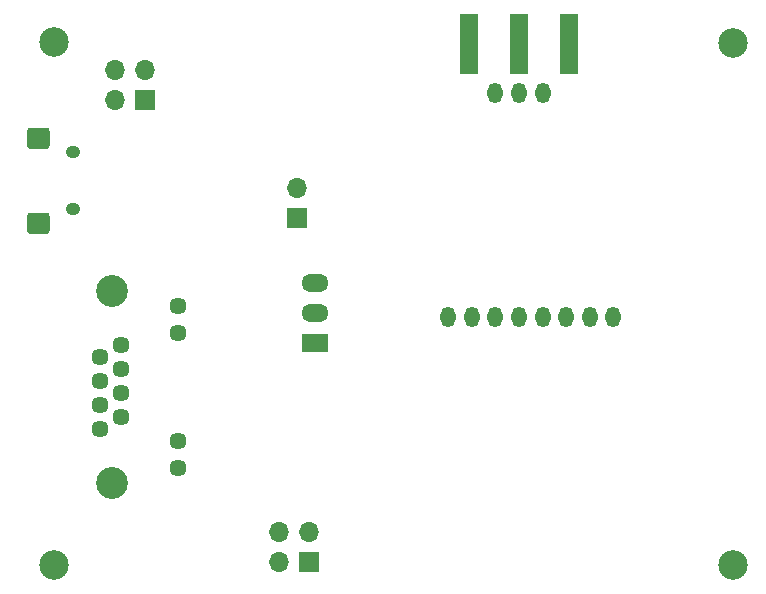
<source format=gbs>
G04 #@! TF.GenerationSoftware,KiCad,Pcbnew,(5.1.9-0-10_14)*
G04 #@! TF.CreationDate,2021-11-18T15:02:34+01:00*
G04 #@! TF.ProjectId,ithowifi_4l,6974686f-7769-4666-995f-346c2e6b6963,rev?*
G04 #@! TF.SameCoordinates,Original*
G04 #@! TF.FileFunction,Soldermask,Bot*
G04 #@! TF.FilePolarity,Negative*
%FSLAX46Y46*%
G04 Gerber Fmt 4.6, Leading zero omitted, Abs format (unit mm)*
G04 Created by KiCad (PCBNEW (5.1.9-0-10_14)) date 2021-11-18 15:02:34*
%MOMM*%
%LPD*%
G01*
G04 APERTURE LIST*
%ADD10O,1.700000X1.700000*%
%ADD11R,1.700000X1.700000*%
%ADD12C,1.500000*%
%ADD13O,1.250000X1.050000*%
%ADD14C,2.500000*%
%ADD15O,2.300000X1.500000*%
%ADD16R,2.300000X1.500000*%
%ADD17C,1.446000*%
%ADD18C,2.700000*%
%ADD19O,1.300000X1.750000*%
%ADD20R,1.500000X5.080000*%
G04 APERTURE END LIST*
D10*
X76073000Y-121793000D03*
D11*
X76073000Y-124333000D03*
D12*
X94881700Y-110909100D03*
G36*
G01*
X53501200Y-123858000D02*
X54855200Y-123858000D01*
G75*
G02*
X55128200Y-124131000I0J-273000D01*
G01*
X55128200Y-125405000D01*
G75*
G02*
X54855200Y-125678000I-273000J0D01*
G01*
X53501200Y-125678000D01*
G75*
G02*
X53228200Y-125405000I0J273000D01*
G01*
X53228200Y-124131000D01*
G75*
G02*
X53501200Y-123858000I273000J0D01*
G01*
G37*
D13*
X57078200Y-123593000D03*
X57078200Y-118743000D03*
G36*
G01*
X53501200Y-116658000D02*
X54855200Y-116658000D01*
G75*
G02*
X55128200Y-116931000I0J-273000D01*
G01*
X55128200Y-118205000D01*
G75*
G02*
X54855200Y-118478000I-273000J0D01*
G01*
X53501200Y-118478000D01*
G75*
G02*
X53228200Y-118205000I0J273000D01*
G01*
X53228200Y-116931000D01*
G75*
G02*
X53501200Y-116658000I273000J0D01*
G01*
G37*
D10*
X60706000Y-111760000D03*
X63246000Y-111760000D03*
X60706000Y-114300000D03*
D11*
X63246000Y-114300000D03*
D14*
X55482000Y-153704000D03*
X113013000Y-153704000D03*
X113013000Y-109508000D03*
X55482000Y-109381000D03*
D15*
X77580000Y-129828000D03*
X77580000Y-132368000D03*
D16*
X77580000Y-134908000D03*
D17*
X59372500Y-142176500D03*
X61152500Y-141156500D03*
X59372500Y-140136500D03*
X61152500Y-139116500D03*
X59372500Y-138096500D03*
X61152500Y-137076500D03*
X59372500Y-136056500D03*
X61152500Y-135036500D03*
X65962500Y-145466500D03*
X65962500Y-143176500D03*
X65962500Y-134036500D03*
X65962500Y-131746500D03*
D18*
X60392500Y-130476500D03*
X60392500Y-146736500D03*
D19*
X96872000Y-113739000D03*
X94872000Y-113739000D03*
X92872000Y-113739000D03*
X88872000Y-132739000D03*
X90872000Y-132739000D03*
X92872000Y-132739000D03*
X94872000Y-132739000D03*
X96872000Y-132739000D03*
X98872000Y-132739000D03*
X100872000Y-132739000D03*
X102872000Y-132739000D03*
D10*
X74532000Y-150910000D03*
X77072000Y-150910000D03*
X74532000Y-153450000D03*
D11*
X77072000Y-153450000D03*
D20*
X90631400Y-109548400D03*
X99131400Y-109548400D03*
X94881400Y-109548400D03*
M02*

</source>
